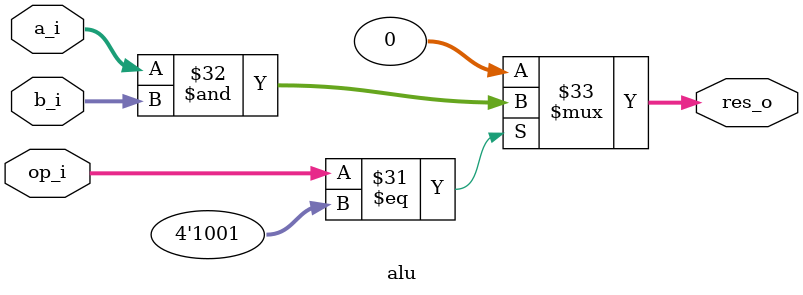
<source format=sv>
`timescale 1ns / 1ps


module alu #(parameter DATA_WIDTH = 32) 
    (
    input               [DATA_WIDTH-1:0]    a_i,
    input               [DATA_WIDTH-1:0]    b_i,
    input               [DATA_WIDTH-29:0]   op_i,

    output  logic       [DATA_WIDTH-1:0]    res_o
    );
    always_comb begin
        res_o = (op_i==4'b0000) ? a_i + b_i  :0 ; // add
        res_o = (op_i==4'b0001) ? a_i - b_i  :0 ; // sub
        res_o = (op_i==4'b0010) ? a_i << b_i :0 ; // shift left logical 
        res_o = (op_i==4'b0011 & ($signed(a_i) < $signed(b_i))) ? 1 : 0;
        res_o = (op_i==4'b0100 & (a_i < b_i)) ? 1 : 0; //set less then unsigned 4        
        res_o = (op_i==4'b0101) ? a_i ^ b_i  :0 ; //xor
        res_o = (op_i==4'b0110) ? a_i >> b_i :0 ; //shift right logical
        res_o = (op_i==4'b0111) ? a_i >>> b_i:0 ; //shift right arithematic
        res_o = (op_i==4'b1000) ? a_i | b_i  :0 ; //or
        res_o = (op_i==4'b1001) ? a_i & b_i  :0 ; //and             
  end
endmodule

</source>
